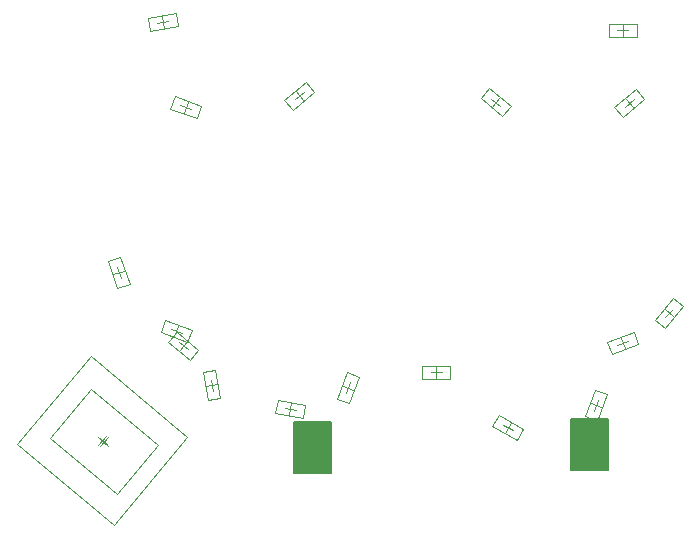
<source format=gbr>
G04 Layer_Color=32768*
%FSLAX26Y26*%
%MOIN*%
%TF.FileFunction,Other,Mechanical_15*%
%TF.Part,Single*%
%TFFileComment,Halloween PCB
Pumpkin Badge
V1
Gadorach
(W.W.S.)*%
G01*
G75*
%TA.AperFunction,NonConductor*%
%ADD72C,0.006000*%
%ADD81C,0.003937*%
%ADD83C,0.001968*%
G36*
X3614500Y1690000D02*
X3491500Y1690000D01*
X3491500Y1860000D01*
X3614500D01*
X3614500Y1690000D01*
D02*
G37*
G36*
X4535000Y1700000D02*
X4412000Y1700000D01*
X4412000Y1869999D01*
X4535000Y1870000D01*
X4535000Y1700000D01*
D02*
G37*
D72*
X4413500Y1870000D02*
X4536500D01*
Y1700000D02*
Y1870000D01*
X4413500Y1700000D02*
X4536500D01*
X4413500D02*
Y1870000D01*
X3490000Y1690000D02*
X3613000D01*
X3490000D02*
Y1860000D01*
X3613000D01*
Y1690000D02*
Y1860000D01*
D81*
X2840748Y1808016D02*
X2870908Y1782710D01*
X2843174Y1780282D02*
X2868480Y1810442D01*
X3632708Y1938742D02*
X3673402Y1923930D01*
X3665024Y2027532D02*
X3705720Y2012720D01*
X3632708Y1938742D02*
X3665024Y2027532D01*
X3673402Y1923930D02*
X3705720Y2012720D01*
X3662818Y1958158D02*
X3675610Y1993304D01*
X3651640Y1982126D02*
X3686786Y1969334D01*
X3426842Y1892048D02*
X3434362Y1934698D01*
X3519894Y1875640D02*
X3527416Y1918290D01*
X3434362Y1934698D02*
X3527416Y1918290D01*
X3426842Y1892048D02*
X3519894Y1875640D01*
X3458712Y1908416D02*
X3495546Y1901922D01*
X3473882Y1886752D02*
X3480376Y1923586D01*
X3201362Y1933284D02*
X3244010Y1940804D01*
X3184954Y2026336D02*
X3227602Y2033858D01*
X3184954Y2026336D02*
X3201362Y1933284D01*
X3227602Y2033858D02*
X3244010Y1940804D01*
X3211234Y2001988D02*
X3217730Y1965154D01*
X3196066Y1980324D02*
X3232898Y1986818D01*
X3133868Y2127390D02*
X3148680Y2168084D01*
X3045078Y2159706D02*
X3059890Y2200402D01*
X3045078Y2159706D02*
X3133868Y2127390D01*
X3059890Y2200402D02*
X3148680Y2168084D01*
X3079306Y2170292D02*
X3114452Y2157500D01*
X3090482Y2146322D02*
X3103276Y2181468D01*
X2900604Y2308100D02*
X2941300Y2322912D01*
X2868288Y2396890D02*
X2908984Y2411702D01*
X2868288Y2396890D02*
X2900604Y2308100D01*
X2908984Y2411702D02*
X2941300Y2322912D01*
X2898398Y2377474D02*
X2911190Y2342328D01*
X2887222Y2353504D02*
X2922368Y2366296D01*
X3456912Y2935116D02*
X3484748Y2901942D01*
X3529294Y2995852D02*
X3557130Y2962678D01*
X3456912Y2935116D02*
X3529294Y2995852D01*
X3484748Y2901942D02*
X3557130Y2962678D01*
X3492696Y2936876D02*
X3521346Y2960918D01*
X3495000Y2963222D02*
X3519042Y2934572D01*
X3076596Y2906246D02*
X3091408Y2946940D01*
X3165386Y2873928D02*
X3180198Y2914624D01*
X3091408Y2946940D02*
X3180198Y2914624D01*
X3076596Y2906246D02*
X3165386Y2873928D01*
X3110824Y2916830D02*
X3145970Y2904038D01*
X3122000Y2892862D02*
X3134792Y2928008D01*
X3002276Y3206964D02*
X3009796Y3164314D01*
X3095328Y3223372D02*
X3102850Y3180722D01*
X3002276Y3206964D02*
X3095328Y3223372D01*
X3009796Y3164314D02*
X3102850Y3180722D01*
X3034146Y3190596D02*
X3070980Y3197090D01*
X3049316Y3212260D02*
X3055810Y3175426D01*
X4538272Y3189464D02*
X4538274Y3146158D01*
X4632762D02*
Y3189466D01*
X4538272Y3189464D02*
X4632762Y3189466D01*
X4538274Y3146158D02*
X4632762D01*
X4566816Y3167812D02*
X4604218D01*
X4585518Y3149110D02*
Y3186512D01*
X4557084Y2911118D02*
X4584920Y2877944D01*
X4629466Y2971854D02*
X4657302Y2938678D01*
X4557084Y2911118D02*
X4629466Y2971854D01*
X4584920Y2877944D02*
X4657302Y2938678D01*
X4592868Y2912878D02*
X4621518Y2936918D01*
X4595172Y2939224D02*
X4619214Y2910572D01*
X4183940Y2879866D02*
X4211776Y2913042D01*
X4111558Y2940602D02*
X4139394Y2973776D01*
X4111558Y2940602D02*
X4183940Y2879866D01*
X4139394Y2973776D02*
X4211776Y2913042D01*
X4147342Y2938842D02*
X4175992Y2914800D01*
X4149646Y2912496D02*
X4173688Y2941146D01*
X4692170Y2202922D02*
X4725346Y2175086D01*
X4752906Y2275304D02*
X4786082Y2247468D01*
X4692170Y2202922D02*
X4752906Y2275304D01*
X4725346Y2175086D02*
X4786082Y2247468D01*
X4727106Y2210870D02*
X4751146Y2239520D01*
X4724800Y2237216D02*
X4753452Y2213174D01*
X4622122Y2161606D02*
X4636934Y2120910D01*
X4533332Y2129288D02*
X4548144Y2088594D01*
X4636934Y2120910D01*
X4533332Y2129288D02*
X4622122Y2161606D01*
X4567560Y2118704D02*
X4602706Y2131496D01*
X4578738Y2142672D02*
X4591530Y2107526D01*
X4459848Y1879940D02*
X4500544Y1865128D01*
X4492166Y1968730D02*
X4532862Y1953918D01*
X4459848Y1879940D02*
X4492166Y1968730D01*
X4500544Y1865128D02*
X4532862Y1953918D01*
X4489958Y1899356D02*
X4502752Y1934502D01*
X4478782Y1923326D02*
X4513928Y1910534D01*
X4232436Y1800072D02*
X4254088Y1837578D01*
X4150606Y1847316D02*
X4172260Y1884822D01*
X4150606Y1847316D02*
X4232436Y1800072D01*
X4172260Y1884822D02*
X4254088Y1837578D01*
X4186152Y1851798D02*
X4218542Y1833096D01*
X4192996Y1826252D02*
X4211698Y1858642D01*
X3915976Y2048346D02*
X3915978Y2005038D01*
X4010466D02*
Y2048346D01*
X3915976D02*
X4010466D01*
X3915978Y2005038D02*
X4010466D01*
X3944520Y2026692D02*
X3981922D01*
X3963222Y2007992D02*
Y2045392D01*
X2834920Y1812654D02*
X2865080Y1787346D01*
X2837346Y1784920D02*
X2862654Y1815080D01*
X3070584Y2129206D02*
X3098420Y2162382D01*
X3142966Y2068470D02*
X3170802Y2101646D01*
X3070584Y2129206D02*
X3142966Y2068470D01*
X3098420Y2162382D02*
X3170802Y2101646D01*
X3106368Y2127446D02*
X3135018Y2103406D01*
X3108672Y2101100D02*
X3132714Y2129752D01*
D83*
X2899088Y1620298D02*
X3035744Y1783158D01*
X2675910Y1807566D02*
X2812566Y1970426D01*
X3035744Y1783158D01*
X2675910Y1807566D02*
X2899088Y1620298D01*
X2888614Y1518338D02*
X3134088Y1810882D01*
X2565912Y1789118D02*
X2811386Y2081662D01*
X2565912Y1789118D02*
X2888614Y1518338D01*
X2811386Y2081662D02*
X3134088Y1810882D01*
%TF.MD5,2368550c010726139498142484abcec8*%
M02*

</source>
